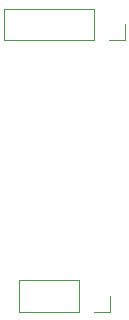
<source format=gbr>
G04 #@! TF.GenerationSoftware,KiCad,Pcbnew,(5.1.5-0-10_14)*
G04 #@! TF.CreationDate,2020-05-10T15:33:43-07:00*
G04 #@! TF.ProjectId,control_module,636f6e74-726f-46c5-9f6d-6f64756c652e,rev?*
G04 #@! TF.SameCoordinates,Original*
G04 #@! TF.FileFunction,Legend,Bot*
G04 #@! TF.FilePolarity,Positive*
%FSLAX46Y46*%
G04 Gerber Fmt 4.6, Leading zero omitted, Abs format (unit mm)*
G04 Created by KiCad (PCBNEW (5.1.5-0-10_14)) date 2020-05-10 15:33:43*
%MOMM*%
%LPD*%
G04 APERTURE LIST*
%ADD10C,0.120000*%
G04 APERTURE END LIST*
D10*
X105140000Y-54830000D02*
X105140000Y-53500000D01*
X103810000Y-54830000D02*
X105140000Y-54830000D01*
X102540000Y-54830000D02*
X102540000Y-52170000D01*
X102540000Y-52170000D02*
X94860000Y-52170000D01*
X102540000Y-54830000D02*
X94860000Y-54830000D01*
X94860000Y-54830000D02*
X94860000Y-52170000D01*
X103870000Y-77830000D02*
X103870000Y-76500000D01*
X102540000Y-77830000D02*
X103870000Y-77830000D01*
X101270000Y-77830000D02*
X101270000Y-75170000D01*
X101270000Y-75170000D02*
X96130000Y-75170000D01*
X101270000Y-77830000D02*
X96130000Y-77830000D01*
X96130000Y-77830000D02*
X96130000Y-75170000D01*
M02*

</source>
